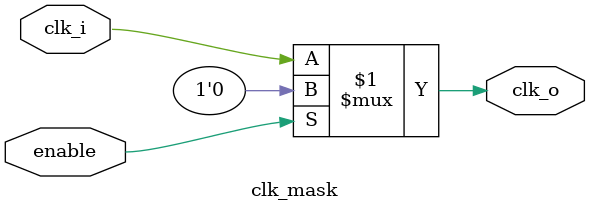
<source format=v>
/***************************************************************************************
* Function: 
* Author: SK 
* Company: Ltd.JRLC.SK
* Right : 
* Tel : 
* Last modified: 2022-04-05 08:58
* None: 
* Filename: clk_mask.v
* Resverd: 
* Description: 
**************************************************************************************/
`timescale  1ns/1ps

module  clk_mask (
    input  wire         clk_i       ,       // input clk
    input  wire         enable      ,       // clk mask
    output wire         clk_o               // output clk
    );

assign      clk_o   = enable ? 1'b0 : clk_i ;

endmodule


</source>
